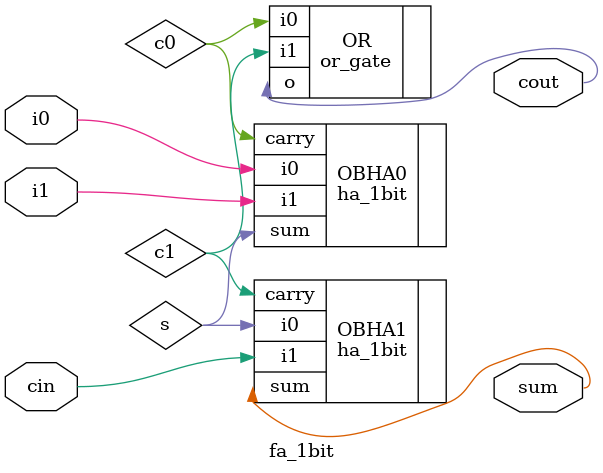
<source format=v>
`timescale 1ns / 1ps


module fa_1bit(i0, i1, cin, cout, sum);
    input   wire    i0, i1, cin;
    output  wire    cout, sum;
            wire    s, c0, c1;
    
    ha_1bit OBHA0 (.i0(i0), .i1(i1), .sum(s), .carry(c0));
    ha_1bit OBHA1 (.i0(s), .i1(cin), .sum(sum), .carry(c1));
    or_gate OR (.i0(c0), .i1(c1), .o(cout));
endmodule

</source>
